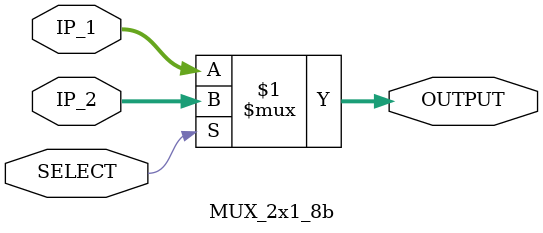
<source format=v>
`timescale 1ns / 1ps

module MUX_2x1_8b(
    input [7:0] IP_1,
    input [7:0] IP_2,
    input SELECT,
    output [7:0] OUTPUT
    );
    
    assign OUTPUT = (SELECT) ? IP_2 : IP_1;
endmodule

</source>
